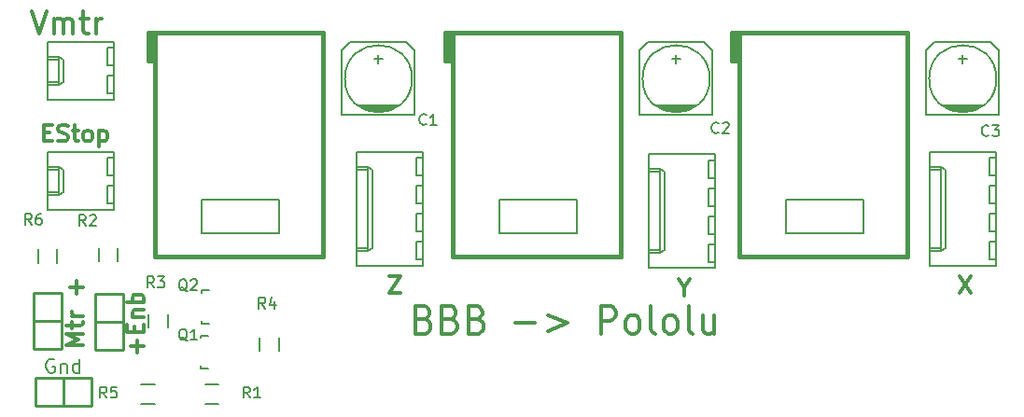
<source format=gto>
G04 #@! TF.FileFunction,Legend,Top*
%FSLAX46Y46*%
G04 Gerber Fmt 4.6, Leading zero omitted, Abs format (unit mm)*
G04 Created by KiCad (PCBNEW 4.0.2-stable) date 6/28/2016 8:29:36 AM*
%MOMM*%
G01*
G04 APERTURE LIST*
%ADD10C,0.100000*%
%ADD11C,0.200000*%
%ADD12C,0.300000*%
%ADD13C,0.150000*%
%ADD14C,0.254000*%
%ADD15C,0.381000*%
%ADD16C,0.203200*%
G04 APERTURE END LIST*
D10*
D11*
X150000000Y-113000000D02*
X150000000Y-116000000D01*
X157000000Y-113000000D02*
X150000000Y-113000000D01*
X157000000Y-116000000D02*
X157000000Y-113000000D01*
X150000000Y-116000000D02*
X157000000Y-116000000D01*
X124000000Y-113000000D02*
X124000000Y-116000000D01*
X131000000Y-113000000D02*
X124000000Y-113000000D01*
X131000000Y-116000000D02*
X131000000Y-113000000D01*
X124000000Y-116000000D02*
X131000000Y-116000000D01*
X97000000Y-113000000D02*
X97000000Y-116000000D01*
X104000000Y-113000000D02*
X97000000Y-113000000D01*
X104000000Y-116000000D02*
X104000000Y-113000000D01*
X97000000Y-116000000D02*
X104000000Y-116000000D01*
D12*
X117157143Y-123821429D02*
X117500000Y-123940476D01*
X117614285Y-124059524D01*
X117728571Y-124297619D01*
X117728571Y-124654762D01*
X117614285Y-124892857D01*
X117500000Y-125011905D01*
X117271428Y-125130952D01*
X116357143Y-125130952D01*
X116357143Y-122630952D01*
X117157143Y-122630952D01*
X117385714Y-122750000D01*
X117500000Y-122869048D01*
X117614285Y-123107143D01*
X117614285Y-123345238D01*
X117500000Y-123583333D01*
X117385714Y-123702381D01*
X117157143Y-123821429D01*
X116357143Y-123821429D01*
X119557143Y-123821429D02*
X119900000Y-123940476D01*
X120014285Y-124059524D01*
X120128571Y-124297619D01*
X120128571Y-124654762D01*
X120014285Y-124892857D01*
X119900000Y-125011905D01*
X119671428Y-125130952D01*
X118757143Y-125130952D01*
X118757143Y-122630952D01*
X119557143Y-122630952D01*
X119785714Y-122750000D01*
X119900000Y-122869048D01*
X120014285Y-123107143D01*
X120014285Y-123345238D01*
X119900000Y-123583333D01*
X119785714Y-123702381D01*
X119557143Y-123821429D01*
X118757143Y-123821429D01*
X121957143Y-123821429D02*
X122300000Y-123940476D01*
X122414285Y-124059524D01*
X122528571Y-124297619D01*
X122528571Y-124654762D01*
X122414285Y-124892857D01*
X122300000Y-125011905D01*
X122071428Y-125130952D01*
X121157143Y-125130952D01*
X121157143Y-122630952D01*
X121957143Y-122630952D01*
X122185714Y-122750000D01*
X122300000Y-122869048D01*
X122414285Y-123107143D01*
X122414285Y-123345238D01*
X122300000Y-123583333D01*
X122185714Y-123702381D01*
X121957143Y-123821429D01*
X121157143Y-123821429D01*
X125385714Y-124178571D02*
X127214285Y-124178571D01*
X128357143Y-123464286D02*
X130185714Y-124178571D01*
X128357143Y-124892857D01*
X133157143Y-125130952D02*
X133157143Y-122630952D01*
X134071428Y-122630952D01*
X134300000Y-122750000D01*
X134414285Y-122869048D01*
X134528571Y-123107143D01*
X134528571Y-123464286D01*
X134414285Y-123702381D01*
X134300000Y-123821429D01*
X134071428Y-123940476D01*
X133157143Y-123940476D01*
X135900000Y-125130952D02*
X135671428Y-125011905D01*
X135557143Y-124892857D01*
X135442857Y-124654762D01*
X135442857Y-123940476D01*
X135557143Y-123702381D01*
X135671428Y-123583333D01*
X135900000Y-123464286D01*
X136242857Y-123464286D01*
X136471428Y-123583333D01*
X136585714Y-123702381D01*
X136700000Y-123940476D01*
X136700000Y-124654762D01*
X136585714Y-124892857D01*
X136471428Y-125011905D01*
X136242857Y-125130952D01*
X135900000Y-125130952D01*
X138071429Y-125130952D02*
X137842857Y-125011905D01*
X137728572Y-124773810D01*
X137728572Y-122630952D01*
X139328572Y-125130952D02*
X139100000Y-125011905D01*
X138985715Y-124892857D01*
X138871429Y-124654762D01*
X138871429Y-123940476D01*
X138985715Y-123702381D01*
X139100000Y-123583333D01*
X139328572Y-123464286D01*
X139671429Y-123464286D01*
X139900000Y-123583333D01*
X140014286Y-123702381D01*
X140128572Y-123940476D01*
X140128572Y-124654762D01*
X140014286Y-124892857D01*
X139900000Y-125011905D01*
X139671429Y-125130952D01*
X139328572Y-125130952D01*
X141500001Y-125130952D02*
X141271429Y-125011905D01*
X141157144Y-124773810D01*
X141157144Y-122630952D01*
X143442858Y-123464286D02*
X143442858Y-125130952D01*
X142414287Y-123464286D02*
X142414287Y-124773810D01*
X142528572Y-125011905D01*
X142757144Y-125130952D01*
X143100001Y-125130952D01*
X143328572Y-125011905D01*
X143442858Y-124892857D01*
X114000001Y-119928571D02*
X115000001Y-119928571D01*
X114000001Y-121428571D01*
X115000001Y-121428571D01*
X140750000Y-120964286D02*
X140750000Y-121678571D01*
X140250000Y-120178571D02*
X140750000Y-120964286D01*
X141250000Y-120178571D01*
X165750001Y-119928571D02*
X166750001Y-121428571D01*
X166750001Y-119928571D02*
X165750001Y-121428571D01*
X91107143Y-126857143D02*
X91107143Y-125714286D01*
X91678571Y-126285715D02*
X90535714Y-126285715D01*
X90892857Y-125000000D02*
X90892857Y-124500000D01*
X91678571Y-124285714D02*
X91678571Y-125000000D01*
X90178571Y-125000000D01*
X90178571Y-124285714D01*
X90678571Y-123642857D02*
X91678571Y-123642857D01*
X90821429Y-123642857D02*
X90750000Y-123571429D01*
X90678571Y-123428571D01*
X90678571Y-123214286D01*
X90750000Y-123071429D01*
X90892857Y-123000000D01*
X91678571Y-123000000D01*
X91678571Y-122285714D02*
X90178571Y-122285714D01*
X90750000Y-122285714D02*
X90678571Y-122142857D01*
X90678571Y-121857143D01*
X90750000Y-121714286D01*
X90821429Y-121642857D01*
X90964286Y-121571428D01*
X91392857Y-121571428D01*
X91535714Y-121642857D01*
X91607143Y-121714286D01*
X91678571Y-121857143D01*
X91678571Y-122142857D01*
X91607143Y-122285714D01*
X86178571Y-126142857D02*
X84678571Y-126142857D01*
X85750000Y-125642857D01*
X84678571Y-125142857D01*
X86178571Y-125142857D01*
X85178571Y-124642857D02*
X85178571Y-124071428D01*
X84678571Y-124428571D02*
X85964286Y-124428571D01*
X86107143Y-124357143D01*
X86178571Y-124214285D01*
X86178571Y-124071428D01*
X86178571Y-123571428D02*
X85178571Y-123571428D01*
X85464286Y-123571428D02*
X85321429Y-123500000D01*
X85250000Y-123428571D01*
X85178571Y-123285714D01*
X85178571Y-123142857D01*
X85607143Y-121500000D02*
X85607143Y-120357143D01*
X86178571Y-120928572D02*
X85035714Y-120928572D01*
X82678572Y-106892857D02*
X83178572Y-106892857D01*
X83392858Y-107678571D02*
X82678572Y-107678571D01*
X82678572Y-106178571D01*
X83392858Y-106178571D01*
X83964286Y-107607143D02*
X84178572Y-107678571D01*
X84535715Y-107678571D01*
X84678572Y-107607143D01*
X84750001Y-107535714D01*
X84821429Y-107392857D01*
X84821429Y-107250000D01*
X84750001Y-107107143D01*
X84678572Y-107035714D01*
X84535715Y-106964286D01*
X84250001Y-106892857D01*
X84107143Y-106821429D01*
X84035715Y-106750000D01*
X83964286Y-106607143D01*
X83964286Y-106464286D01*
X84035715Y-106321429D01*
X84107143Y-106250000D01*
X84250001Y-106178571D01*
X84607143Y-106178571D01*
X84821429Y-106250000D01*
X85250000Y-106678571D02*
X85821429Y-106678571D01*
X85464286Y-106178571D02*
X85464286Y-107464286D01*
X85535714Y-107607143D01*
X85678572Y-107678571D01*
X85821429Y-107678571D01*
X86535715Y-107678571D02*
X86392857Y-107607143D01*
X86321429Y-107535714D01*
X86250000Y-107392857D01*
X86250000Y-106964286D01*
X86321429Y-106821429D01*
X86392857Y-106750000D01*
X86535715Y-106678571D01*
X86750000Y-106678571D01*
X86892857Y-106750000D01*
X86964286Y-106821429D01*
X87035715Y-106964286D01*
X87035715Y-107392857D01*
X86964286Y-107535714D01*
X86892857Y-107607143D01*
X86750000Y-107678571D01*
X86535715Y-107678571D01*
X87678572Y-106678571D02*
X87678572Y-108178571D01*
X87678572Y-106750000D02*
X87821429Y-106678571D01*
X88107143Y-106678571D01*
X88250000Y-106750000D01*
X88321429Y-106821429D01*
X88392858Y-106964286D01*
X88392858Y-107392857D01*
X88321429Y-107535714D01*
X88250000Y-107607143D01*
X88107143Y-107678571D01*
X87821429Y-107678571D01*
X87678572Y-107607143D01*
X81559524Y-95904762D02*
X82226191Y-97904762D01*
X82892858Y-95904762D01*
X83559524Y-97904762D02*
X83559524Y-96571429D01*
X83559524Y-96761905D02*
X83654763Y-96666667D01*
X83845239Y-96571429D01*
X84130953Y-96571429D01*
X84321429Y-96666667D01*
X84416667Y-96857143D01*
X84416667Y-97904762D01*
X84416667Y-96857143D02*
X84511905Y-96666667D01*
X84702382Y-96571429D01*
X84988096Y-96571429D01*
X85178572Y-96666667D01*
X85273810Y-96857143D01*
X85273810Y-97904762D01*
X85940477Y-96571429D02*
X86702382Y-96571429D01*
X86226191Y-95904762D02*
X86226191Y-97619048D01*
X86321430Y-97809524D01*
X86511906Y-97904762D01*
X86702382Y-97904762D01*
X87369048Y-97904762D02*
X87369048Y-96571429D01*
X87369048Y-96952381D02*
X87464287Y-96761905D01*
X87559525Y-96666667D01*
X87750001Y-96571429D01*
X87940477Y-96571429D01*
D13*
X112238000Y-104921000D02*
X113762000Y-104921000D01*
X114143000Y-104794000D02*
X111857000Y-104794000D01*
X111603000Y-104667000D02*
X114397000Y-104667000D01*
X114651000Y-104540000D02*
X111349000Y-104540000D01*
X111222000Y-104413000D02*
X114778000Y-104413000D01*
X109698000Y-105302000D02*
X116302000Y-105302000D01*
X116302000Y-105302000D02*
X116302000Y-99460000D01*
X116302000Y-99460000D02*
X115540000Y-98698000D01*
X115540000Y-98698000D02*
X110460000Y-98698000D01*
X110460000Y-98698000D02*
X109698000Y-99460000D01*
X109698000Y-99460000D02*
X109698000Y-105302000D01*
X113000000Y-99841000D02*
X113000000Y-100603000D01*
X112619000Y-100222000D02*
X113381000Y-100222000D01*
X116048000Y-102000000D02*
G75*
G03X116048000Y-102000000I-3048000J0D01*
G01*
X139238000Y-104921000D02*
X140762000Y-104921000D01*
X141143000Y-104794000D02*
X138857000Y-104794000D01*
X138603000Y-104667000D02*
X141397000Y-104667000D01*
X141651000Y-104540000D02*
X138349000Y-104540000D01*
X138222000Y-104413000D02*
X141778000Y-104413000D01*
X136698000Y-105302000D02*
X143302000Y-105302000D01*
X143302000Y-105302000D02*
X143302000Y-99460000D01*
X143302000Y-99460000D02*
X142540000Y-98698000D01*
X142540000Y-98698000D02*
X137460000Y-98698000D01*
X137460000Y-98698000D02*
X136698000Y-99460000D01*
X136698000Y-99460000D02*
X136698000Y-105302000D01*
X140000000Y-99841000D02*
X140000000Y-100603000D01*
X139619000Y-100222000D02*
X140381000Y-100222000D01*
X143048000Y-102000000D02*
G75*
G03X143048000Y-102000000I-3048000J0D01*
G01*
X165238000Y-104921000D02*
X166762000Y-104921000D01*
X167143000Y-104794000D02*
X164857000Y-104794000D01*
X164603000Y-104667000D02*
X167397000Y-104667000D01*
X167651000Y-104540000D02*
X164349000Y-104540000D01*
X164222000Y-104413000D02*
X167778000Y-104413000D01*
X162698000Y-105302000D02*
X169302000Y-105302000D01*
X169302000Y-105302000D02*
X169302000Y-99460000D01*
X169302000Y-99460000D02*
X168540000Y-98698000D01*
X168540000Y-98698000D02*
X163460000Y-98698000D01*
X163460000Y-98698000D02*
X162698000Y-99460000D01*
X162698000Y-99460000D02*
X162698000Y-105302000D01*
X166000000Y-99841000D02*
X166000000Y-100603000D01*
X165619000Y-100222000D02*
X166381000Y-100222000D01*
X169048000Y-102000000D02*
G75*
G03X169048000Y-102000000I-3048000J0D01*
G01*
X169020000Y-108630000D02*
X163020000Y-108630000D01*
X163020000Y-108630000D02*
X163020000Y-118990000D01*
X163020000Y-118990000D02*
X169020000Y-118990000D01*
X169020000Y-118990000D02*
X169020000Y-108630000D01*
X163020000Y-110000000D02*
X164020000Y-110000000D01*
X164020000Y-110000000D02*
X164020000Y-117620000D01*
X164020000Y-117620000D02*
X163020000Y-117620000D01*
X164020000Y-110000000D02*
X164450000Y-110250000D01*
X164450000Y-110250000D02*
X164450000Y-117370000D01*
X164450000Y-117370000D02*
X164020000Y-117620000D01*
X163020000Y-110250000D02*
X164020000Y-110250000D01*
X163020000Y-117370000D02*
X164020000Y-117370000D01*
X169020000Y-109200000D02*
X168400000Y-109200000D01*
X168400000Y-109200000D02*
X168400000Y-110800000D01*
X168400000Y-110800000D02*
X169020000Y-110800000D01*
X169020000Y-111740000D02*
X168400000Y-111740000D01*
X168400000Y-111740000D02*
X168400000Y-113340000D01*
X168400000Y-113340000D02*
X169020000Y-113340000D01*
X169020000Y-114280000D02*
X168400000Y-114280000D01*
X168400000Y-114280000D02*
X168400000Y-115880000D01*
X168400000Y-115880000D02*
X169020000Y-115880000D01*
X169020000Y-116820000D02*
X168400000Y-116820000D01*
X168400000Y-116820000D02*
X168400000Y-118420000D01*
X168400000Y-118420000D02*
X169020000Y-118420000D01*
X143520000Y-108830000D02*
X137520000Y-108830000D01*
X137520000Y-108830000D02*
X137520000Y-119190000D01*
X137520000Y-119190000D02*
X143520000Y-119190000D01*
X143520000Y-119190000D02*
X143520000Y-108830000D01*
X137520000Y-110200000D02*
X138520000Y-110200000D01*
X138520000Y-110200000D02*
X138520000Y-117820000D01*
X138520000Y-117820000D02*
X137520000Y-117820000D01*
X138520000Y-110200000D02*
X138950000Y-110450000D01*
X138950000Y-110450000D02*
X138950000Y-117570000D01*
X138950000Y-117570000D02*
X138520000Y-117820000D01*
X137520000Y-110450000D02*
X138520000Y-110450000D01*
X137520000Y-117570000D02*
X138520000Y-117570000D01*
X143520000Y-109400000D02*
X142900000Y-109400000D01*
X142900000Y-109400000D02*
X142900000Y-111000000D01*
X142900000Y-111000000D02*
X143520000Y-111000000D01*
X143520000Y-111940000D02*
X142900000Y-111940000D01*
X142900000Y-111940000D02*
X142900000Y-113540000D01*
X142900000Y-113540000D02*
X143520000Y-113540000D01*
X143520000Y-114480000D02*
X142900000Y-114480000D01*
X142900000Y-114480000D02*
X142900000Y-116080000D01*
X142900000Y-116080000D02*
X143520000Y-116080000D01*
X143520000Y-117020000D02*
X142900000Y-117020000D01*
X142900000Y-117020000D02*
X142900000Y-118620000D01*
X142900000Y-118620000D02*
X143520000Y-118620000D01*
X117020000Y-108630000D02*
X111020000Y-108630000D01*
X111020000Y-108630000D02*
X111020000Y-118990000D01*
X111020000Y-118990000D02*
X117020000Y-118990000D01*
X117020000Y-118990000D02*
X117020000Y-108630000D01*
X111020000Y-110000000D02*
X112020000Y-110000000D01*
X112020000Y-110000000D02*
X112020000Y-117620000D01*
X112020000Y-117620000D02*
X111020000Y-117620000D01*
X112020000Y-110000000D02*
X112450000Y-110250000D01*
X112450000Y-110250000D02*
X112450000Y-117370000D01*
X112450000Y-117370000D02*
X112020000Y-117620000D01*
X111020000Y-110250000D02*
X112020000Y-110250000D01*
X111020000Y-117370000D02*
X112020000Y-117370000D01*
X117020000Y-109200000D02*
X116400000Y-109200000D01*
X116400000Y-109200000D02*
X116400000Y-110800000D01*
X116400000Y-110800000D02*
X117020000Y-110800000D01*
X117020000Y-111740000D02*
X116400000Y-111740000D01*
X116400000Y-111740000D02*
X116400000Y-113340000D01*
X116400000Y-113340000D02*
X117020000Y-113340000D01*
X117020000Y-114280000D02*
X116400000Y-114280000D01*
X116400000Y-114280000D02*
X116400000Y-115880000D01*
X116400000Y-115880000D02*
X117020000Y-115880000D01*
X117020000Y-116820000D02*
X116400000Y-116820000D01*
X116400000Y-116820000D02*
X116400000Y-118420000D01*
X116400000Y-118420000D02*
X117020000Y-118420000D01*
X89020000Y-98630000D02*
X83020000Y-98630000D01*
X83020000Y-98630000D02*
X83020000Y-103910000D01*
X83020000Y-103910000D02*
X89020000Y-103910000D01*
X89020000Y-103910000D02*
X89020000Y-98630000D01*
X83020000Y-100000000D02*
X84020000Y-100000000D01*
X84020000Y-100000000D02*
X84020000Y-102540000D01*
X84020000Y-102540000D02*
X83020000Y-102540000D01*
X84020000Y-100000000D02*
X84450000Y-100250000D01*
X84450000Y-100250000D02*
X84450000Y-102290000D01*
X84450000Y-102290000D02*
X84020000Y-102540000D01*
X83020000Y-100250000D02*
X84020000Y-100250000D01*
X83020000Y-102290000D02*
X84020000Y-102290000D01*
X89020000Y-99200000D02*
X88400000Y-99200000D01*
X88400000Y-99200000D02*
X88400000Y-100800000D01*
X88400000Y-100800000D02*
X89020000Y-100800000D01*
X89020000Y-101740000D02*
X88400000Y-101740000D01*
X88400000Y-101740000D02*
X88400000Y-103340000D01*
X88400000Y-103340000D02*
X89020000Y-103340000D01*
D14*
X89870000Y-124100000D02*
X87330000Y-124100000D01*
X89870000Y-121560000D02*
X87330000Y-121560000D01*
X87330000Y-121560000D02*
X87330000Y-124100000D01*
X87330000Y-124100000D02*
X87330000Y-126640000D01*
X87330000Y-126640000D02*
X89870000Y-126640000D01*
X89870000Y-126640000D02*
X89870000Y-121560000D01*
X84270000Y-124000000D02*
X81730000Y-124000000D01*
X84270000Y-121460000D02*
X81730000Y-121460000D01*
X81730000Y-121460000D02*
X81730000Y-124000000D01*
X81730000Y-124000000D02*
X81730000Y-126540000D01*
X81730000Y-126540000D02*
X84270000Y-126540000D01*
X84270000Y-126540000D02*
X84270000Y-121460000D01*
D13*
X97550800Y-128299820D02*
X96849760Y-128299820D01*
X96849760Y-128299820D02*
X96849760Y-128050900D01*
X96849760Y-125500840D02*
X96849760Y-125300180D01*
X96849760Y-125300180D02*
X97550800Y-125300180D01*
X97650800Y-124199820D02*
X96949760Y-124199820D01*
X96949760Y-124199820D02*
X96949760Y-123950900D01*
X96949760Y-121400840D02*
X96949760Y-121200180D01*
X96949760Y-121200180D02*
X97650800Y-121200180D01*
X97300000Y-129725000D02*
X98500000Y-129725000D01*
X98500000Y-131475000D02*
X97300000Y-131475000D01*
X87625000Y-118600000D02*
X87625000Y-117400000D01*
X89375000Y-117400000D02*
X89375000Y-118600000D01*
X92125000Y-124600000D02*
X92125000Y-123400000D01*
X93875000Y-123400000D02*
X93875000Y-124600000D01*
X103975000Y-125500000D02*
X103975000Y-126700000D01*
X102225000Y-126700000D02*
X102225000Y-125500000D01*
X91500000Y-129725000D02*
X92700000Y-129725000D01*
X92700000Y-131475000D02*
X91500000Y-131475000D01*
X82125000Y-118700000D02*
X82125000Y-117500000D01*
X83875000Y-117500000D02*
X83875000Y-118700000D01*
X89020000Y-108630000D02*
X83020000Y-108630000D01*
X83020000Y-108630000D02*
X83020000Y-113910000D01*
X83020000Y-113910000D02*
X89020000Y-113910000D01*
X89020000Y-113910000D02*
X89020000Y-108630000D01*
X83020000Y-110000000D02*
X84020000Y-110000000D01*
X84020000Y-110000000D02*
X84020000Y-112540000D01*
X84020000Y-112540000D02*
X83020000Y-112540000D01*
X84020000Y-110000000D02*
X84450000Y-110250000D01*
X84450000Y-110250000D02*
X84450000Y-112290000D01*
X84450000Y-112290000D02*
X84020000Y-112540000D01*
X83020000Y-110250000D02*
X84020000Y-110250000D01*
X83020000Y-112290000D02*
X84020000Y-112290000D01*
X89020000Y-109200000D02*
X88400000Y-109200000D01*
X88400000Y-109200000D02*
X88400000Y-110800000D01*
X88400000Y-110800000D02*
X89020000Y-110800000D01*
X89020000Y-111740000D02*
X88400000Y-111740000D01*
X88400000Y-111740000D02*
X88400000Y-113340000D01*
X88400000Y-113340000D02*
X89020000Y-113340000D01*
D15*
X145412500Y-97840000D02*
X145412500Y-100380000D01*
X145730000Y-97840000D02*
X145095000Y-97840000D01*
X145095000Y-97840000D02*
X145095000Y-100380000D01*
X145095000Y-100380000D02*
X145730000Y-100380000D01*
X160970000Y-97840000D02*
X160970000Y-118160000D01*
X160970000Y-118160000D02*
X145730000Y-118160000D01*
X145730000Y-118160000D02*
X145730000Y-97840000D01*
X145730000Y-97840000D02*
X160970000Y-97840000D01*
X119412500Y-97840000D02*
X119412500Y-100380000D01*
X119730000Y-97840000D02*
X119095000Y-97840000D01*
X119095000Y-97840000D02*
X119095000Y-100380000D01*
X119095000Y-100380000D02*
X119730000Y-100380000D01*
X134970000Y-97840000D02*
X134970000Y-118160000D01*
X134970000Y-118160000D02*
X119730000Y-118160000D01*
X119730000Y-118160000D02*
X119730000Y-97840000D01*
X119730000Y-97840000D02*
X134970000Y-97840000D01*
X92412500Y-97840000D02*
X92412500Y-100380000D01*
X92730000Y-97840000D02*
X92095000Y-97840000D01*
X92095000Y-97840000D02*
X92095000Y-100380000D01*
X92095000Y-100380000D02*
X92730000Y-100380000D01*
X107970000Y-97840000D02*
X107970000Y-118160000D01*
X107970000Y-118160000D02*
X92730000Y-118160000D01*
X92730000Y-118160000D02*
X92730000Y-97840000D01*
X92730000Y-97840000D02*
X107970000Y-97840000D01*
D14*
X84400000Y-129130000D02*
X84400000Y-131670000D01*
X81860000Y-129130000D02*
X81860000Y-131670000D01*
X81860000Y-131670000D02*
X84400000Y-131670000D01*
X84400000Y-131670000D02*
X86940000Y-131670000D01*
X86940000Y-131670000D02*
X86940000Y-129130000D01*
X86940000Y-129130000D02*
X81860000Y-129130000D01*
D13*
X117333334Y-106107143D02*
X117285715Y-106154762D01*
X117142858Y-106202381D01*
X117047620Y-106202381D01*
X116904762Y-106154762D01*
X116809524Y-106059524D01*
X116761905Y-105964286D01*
X116714286Y-105773810D01*
X116714286Y-105630952D01*
X116761905Y-105440476D01*
X116809524Y-105345238D01*
X116904762Y-105250000D01*
X117047620Y-105202381D01*
X117142858Y-105202381D01*
X117285715Y-105250000D01*
X117333334Y-105297619D01*
X118285715Y-106202381D02*
X117714286Y-106202381D01*
X118000000Y-106202381D02*
X118000000Y-105202381D01*
X117904762Y-105345238D01*
X117809524Y-105440476D01*
X117714286Y-105488095D01*
X143833334Y-106857143D02*
X143785715Y-106904762D01*
X143642858Y-106952381D01*
X143547620Y-106952381D01*
X143404762Y-106904762D01*
X143309524Y-106809524D01*
X143261905Y-106714286D01*
X143214286Y-106523810D01*
X143214286Y-106380952D01*
X143261905Y-106190476D01*
X143309524Y-106095238D01*
X143404762Y-106000000D01*
X143547620Y-105952381D01*
X143642858Y-105952381D01*
X143785715Y-106000000D01*
X143833334Y-106047619D01*
X144214286Y-106047619D02*
X144261905Y-106000000D01*
X144357143Y-105952381D01*
X144595239Y-105952381D01*
X144690477Y-106000000D01*
X144738096Y-106047619D01*
X144785715Y-106142857D01*
X144785715Y-106238095D01*
X144738096Y-106380952D01*
X144166667Y-106952381D01*
X144785715Y-106952381D01*
X168333334Y-107107143D02*
X168285715Y-107154762D01*
X168142858Y-107202381D01*
X168047620Y-107202381D01*
X167904762Y-107154762D01*
X167809524Y-107059524D01*
X167761905Y-106964286D01*
X167714286Y-106773810D01*
X167714286Y-106630952D01*
X167761905Y-106440476D01*
X167809524Y-106345238D01*
X167904762Y-106250000D01*
X168047620Y-106202381D01*
X168142858Y-106202381D01*
X168285715Y-106250000D01*
X168333334Y-106297619D01*
X168666667Y-106202381D02*
X169285715Y-106202381D01*
X168952381Y-106583333D01*
X169095239Y-106583333D01*
X169190477Y-106630952D01*
X169238096Y-106678571D01*
X169285715Y-106773810D01*
X169285715Y-107011905D01*
X169238096Y-107107143D01*
X169190477Y-107154762D01*
X169095239Y-107202381D01*
X168809524Y-107202381D01*
X168714286Y-107154762D01*
X168666667Y-107107143D01*
X95654762Y-125797619D02*
X95559524Y-125750000D01*
X95464286Y-125654762D01*
X95321429Y-125511905D01*
X95226190Y-125464286D01*
X95130952Y-125464286D01*
X95178571Y-125702381D02*
X95083333Y-125654762D01*
X94988095Y-125559524D01*
X94940476Y-125369048D01*
X94940476Y-125035714D01*
X94988095Y-124845238D01*
X95083333Y-124750000D01*
X95178571Y-124702381D01*
X95369048Y-124702381D01*
X95464286Y-124750000D01*
X95559524Y-124845238D01*
X95607143Y-125035714D01*
X95607143Y-125369048D01*
X95559524Y-125559524D01*
X95464286Y-125654762D01*
X95369048Y-125702381D01*
X95178571Y-125702381D01*
X96559524Y-125702381D02*
X95988095Y-125702381D01*
X96273809Y-125702381D02*
X96273809Y-124702381D01*
X96178571Y-124845238D01*
X96083333Y-124940476D01*
X95988095Y-124988095D01*
X95654762Y-121297619D02*
X95559524Y-121250000D01*
X95464286Y-121154762D01*
X95321429Y-121011905D01*
X95226190Y-120964286D01*
X95130952Y-120964286D01*
X95178571Y-121202381D02*
X95083333Y-121154762D01*
X94988095Y-121059524D01*
X94940476Y-120869048D01*
X94940476Y-120535714D01*
X94988095Y-120345238D01*
X95083333Y-120250000D01*
X95178571Y-120202381D01*
X95369048Y-120202381D01*
X95464286Y-120250000D01*
X95559524Y-120345238D01*
X95607143Y-120535714D01*
X95607143Y-120869048D01*
X95559524Y-121059524D01*
X95464286Y-121154762D01*
X95369048Y-121202381D01*
X95178571Y-121202381D01*
X95988095Y-120297619D02*
X96035714Y-120250000D01*
X96130952Y-120202381D01*
X96369048Y-120202381D01*
X96464286Y-120250000D01*
X96511905Y-120297619D01*
X96559524Y-120392857D01*
X96559524Y-120488095D01*
X96511905Y-120630952D01*
X95940476Y-121202381D01*
X96559524Y-121202381D01*
X101333334Y-130952381D02*
X101000000Y-130476190D01*
X100761905Y-130952381D02*
X100761905Y-129952381D01*
X101142858Y-129952381D01*
X101238096Y-130000000D01*
X101285715Y-130047619D01*
X101333334Y-130142857D01*
X101333334Y-130285714D01*
X101285715Y-130380952D01*
X101238096Y-130428571D01*
X101142858Y-130476190D01*
X100761905Y-130476190D01*
X102285715Y-130952381D02*
X101714286Y-130952381D01*
X102000000Y-130952381D02*
X102000000Y-129952381D01*
X101904762Y-130095238D01*
X101809524Y-130190476D01*
X101714286Y-130238095D01*
X86433334Y-115352381D02*
X86100000Y-114876190D01*
X85861905Y-115352381D02*
X85861905Y-114352381D01*
X86242858Y-114352381D01*
X86338096Y-114400000D01*
X86385715Y-114447619D01*
X86433334Y-114542857D01*
X86433334Y-114685714D01*
X86385715Y-114780952D01*
X86338096Y-114828571D01*
X86242858Y-114876190D01*
X85861905Y-114876190D01*
X86814286Y-114447619D02*
X86861905Y-114400000D01*
X86957143Y-114352381D01*
X87195239Y-114352381D01*
X87290477Y-114400000D01*
X87338096Y-114447619D01*
X87385715Y-114542857D01*
X87385715Y-114638095D01*
X87338096Y-114780952D01*
X86766667Y-115352381D01*
X87385715Y-115352381D01*
X92633334Y-120952381D02*
X92300000Y-120476190D01*
X92061905Y-120952381D02*
X92061905Y-119952381D01*
X92442858Y-119952381D01*
X92538096Y-120000000D01*
X92585715Y-120047619D01*
X92633334Y-120142857D01*
X92633334Y-120285714D01*
X92585715Y-120380952D01*
X92538096Y-120428571D01*
X92442858Y-120476190D01*
X92061905Y-120476190D01*
X92966667Y-119952381D02*
X93585715Y-119952381D01*
X93252381Y-120333333D01*
X93395239Y-120333333D01*
X93490477Y-120380952D01*
X93538096Y-120428571D01*
X93585715Y-120523810D01*
X93585715Y-120761905D01*
X93538096Y-120857143D01*
X93490477Y-120904762D01*
X93395239Y-120952381D01*
X93109524Y-120952381D01*
X93014286Y-120904762D01*
X92966667Y-120857143D01*
X102733334Y-122852381D02*
X102400000Y-122376190D01*
X102161905Y-122852381D02*
X102161905Y-121852381D01*
X102542858Y-121852381D01*
X102638096Y-121900000D01*
X102685715Y-121947619D01*
X102733334Y-122042857D01*
X102733334Y-122185714D01*
X102685715Y-122280952D01*
X102638096Y-122328571D01*
X102542858Y-122376190D01*
X102161905Y-122376190D01*
X103590477Y-122185714D02*
X103590477Y-122852381D01*
X103352381Y-121804762D02*
X103114286Y-122519048D01*
X103733334Y-122519048D01*
X88333334Y-130952381D02*
X88000000Y-130476190D01*
X87761905Y-130952381D02*
X87761905Y-129952381D01*
X88142858Y-129952381D01*
X88238096Y-130000000D01*
X88285715Y-130047619D01*
X88333334Y-130142857D01*
X88333334Y-130285714D01*
X88285715Y-130380952D01*
X88238096Y-130428571D01*
X88142858Y-130476190D01*
X87761905Y-130476190D01*
X89238096Y-129952381D02*
X88761905Y-129952381D01*
X88714286Y-130428571D01*
X88761905Y-130380952D01*
X88857143Y-130333333D01*
X89095239Y-130333333D01*
X89190477Y-130380952D01*
X89238096Y-130428571D01*
X89285715Y-130523810D01*
X89285715Y-130761905D01*
X89238096Y-130857143D01*
X89190477Y-130904762D01*
X89095239Y-130952381D01*
X88857143Y-130952381D01*
X88761905Y-130904762D01*
X88714286Y-130857143D01*
X81533334Y-115252381D02*
X81200000Y-114776190D01*
X80961905Y-115252381D02*
X80961905Y-114252381D01*
X81342858Y-114252381D01*
X81438096Y-114300000D01*
X81485715Y-114347619D01*
X81533334Y-114442857D01*
X81533334Y-114585714D01*
X81485715Y-114680952D01*
X81438096Y-114728571D01*
X81342858Y-114776190D01*
X80961905Y-114776190D01*
X82390477Y-114252381D02*
X82200000Y-114252381D01*
X82104762Y-114300000D01*
X82057143Y-114347619D01*
X81961905Y-114490476D01*
X81914286Y-114680952D01*
X81914286Y-115061905D01*
X81961905Y-115157143D01*
X82009524Y-115204762D01*
X82104762Y-115252381D01*
X82295239Y-115252381D01*
X82390477Y-115204762D01*
X82438096Y-115157143D01*
X82485715Y-115061905D01*
X82485715Y-114823810D01*
X82438096Y-114728571D01*
X82390477Y-114680952D01*
X82295239Y-114633333D01*
X82104762Y-114633333D01*
X82009524Y-114680952D01*
X81961905Y-114728571D01*
X81914286Y-114823810D01*
D16*
X83583571Y-127479000D02*
X83462619Y-127418524D01*
X83281190Y-127418524D01*
X83099762Y-127479000D01*
X82978809Y-127599952D01*
X82918333Y-127720905D01*
X82857857Y-127962810D01*
X82857857Y-128144238D01*
X82918333Y-128386143D01*
X82978809Y-128507095D01*
X83099762Y-128628048D01*
X83281190Y-128688524D01*
X83402142Y-128688524D01*
X83583571Y-128628048D01*
X83644047Y-128567571D01*
X83644047Y-128144238D01*
X83402142Y-128144238D01*
X84188333Y-127841857D02*
X84188333Y-128688524D01*
X84188333Y-127962810D02*
X84248809Y-127902333D01*
X84369762Y-127841857D01*
X84551190Y-127841857D01*
X84672142Y-127902333D01*
X84732619Y-128023286D01*
X84732619Y-128688524D01*
X85881667Y-128688524D02*
X85881667Y-127418524D01*
X85881667Y-128628048D02*
X85760714Y-128688524D01*
X85518810Y-128688524D01*
X85397857Y-128628048D01*
X85337381Y-128567571D01*
X85276905Y-128446619D01*
X85276905Y-128083762D01*
X85337381Y-127962810D01*
X85397857Y-127902333D01*
X85518810Y-127841857D01*
X85760714Y-127841857D01*
X85881667Y-127902333D01*
M02*

</source>
